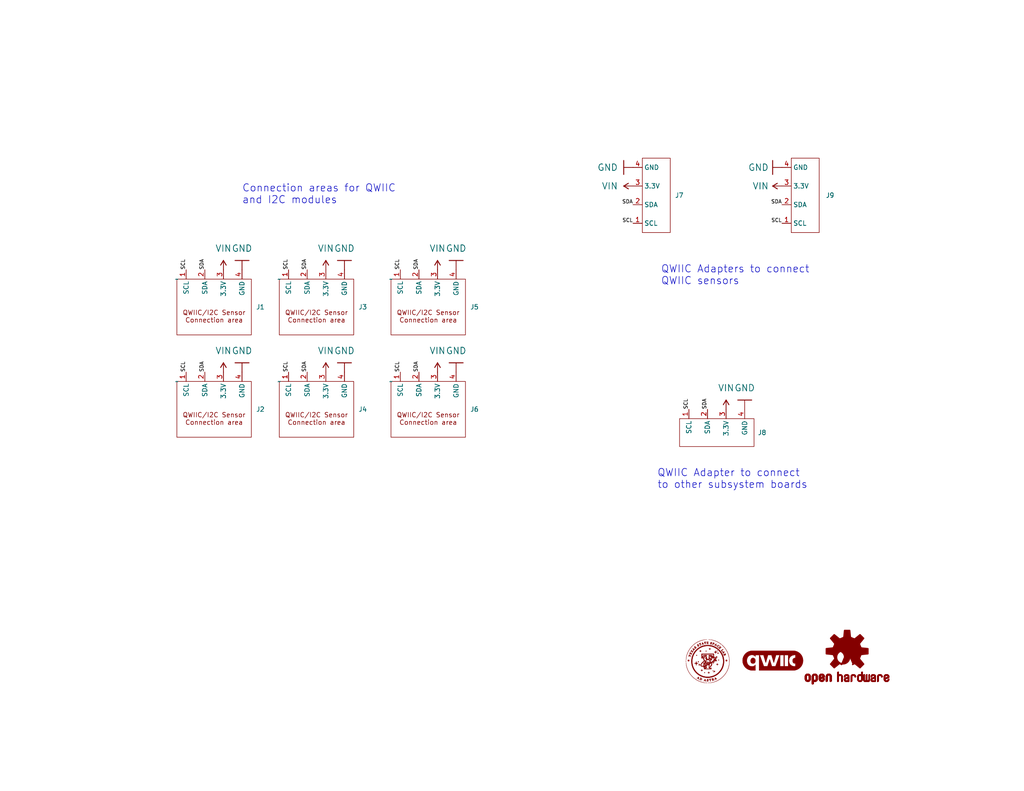
<source format=kicad_sch>
(kicad_sch (version 20230121) (generator eeschema)
  (paper "USLetter")
  (title_block (title "MOSAIC ProtoBoard") (date "2024-07-10") (rev "1.0") (company "Texas State Space Lab"))
  (lib_symbols
    (symbol "protoboard_symbols_V1.0:GND" (power)
      (property "Value" "GND" (at 0 -0.254 0))
      (symbol "GND_1_0"
        (pin power_in line (at 0 2.54 270) (length 2.54) (name "GND") (number "1"))
      )
    )
    (symbol "protoboard_symbols_V1.0:I2C_QWIIC_CONN"
      (property "Reference" "J" (at -2.54 0 0))
      (symbol "I2C_QWIIC_CONN_1_1"
        (text "QWIIC/I2C Sensor\nConnection area" (at 10.16 -10.16 0) (effects (font (size 1.27 1.27))))
        (pin bidirectional line (at 2.54 2.54 270) (length 2.54) (name "SCL") (number "1"))
        (pin bidirectional line (at 7.62 2.54 270) (length 2.54) (name "SDA") (number "2"))
        (pin bidirectional line (at 12.7 2.54 270) (length 2.54) (name "3.3V") (number "3"))
        (pin bidirectional line (at 17.78 2.54 270) (length 2.54) (name "GND") (number "4"))
      )
    )
    (symbol "protoboard_symbols_V1.0:LOGO" (pin_names (offset 1.016)))
    (symbol "protoboard_symbols_V1.0:OSHW-LOGOL")
    (symbol "protoboard_symbols_V1.0:QWIIC_2_Adapter"
      (property "Reference" "J" (at -2.54 0 0))
      (property "Value" "Qwiic Adapter" (at 0 0 0))
      (symbol "QWIIC_2_Adapter_1_1"
        (pin bidirectional line (at 2.54 2.54 270) (length 2.54) (name "SCL") (number "1"))
        (pin bidirectional line (at 7.62 2.54 270) (length 2.54) (name "SDA") (number "2"))
        (pin bidirectional line (at 12.7 2.54 270) (length 2.54) (name "3.3V") (number "3"))
        (pin bidirectional line (at 17.78 2.54 270) (length 2.54) (name "GND") (number "4"))
      )
    )
    (symbol "protoboard_symbols_V1.0:QWIIC_LOGO_8MM")
    (symbol "protoboard_symbols_V1.0:VIN" (power)
      (property "Value" "VIN" (at 0 2.794 0))
      (symbol "VIN_1_0"
        (pin power_in line (at 0 0 90) (length 2.54) (name "VIN") (number "1"))
      )
    )
  )
  (text "Connection areas for QWIIC\nand I2C modules" (at 66.04 55.88 0) (effects (font (size 2 2)) (justify left bottom)))
  (text "QWIIC Adapters to connect\nQWIIC sensors" (at 180.34 77.978 0) (effects (font (size 2 2)) (justify left bottom)))
  (text "QWIIC Adapter to connect\nto other subsystem boards" (at 179.324 133.604 0) (effects (font (size 2 2)) (justify left bottom)))
  (label "SDA" (at 114.3 101.6 90) (effects (font (size 1 1))))
  (label "SCL" (at 213.36 60.96 180) (effects (font (size 1 1))))
  (label "SCL" (at 50.8 101.6 90) (effects (font (size 1 1))))
  (label "SCL" (at 50.8 73.66 90) (effects (font (size 1 1))))
  (label "SCL" (at 109.22 73.66 90) (effects (font (size 1 1))))
  (label "SDA" (at 172.72 55.88 180) (effects (font (size 1 1))))
  (label "SDA" (at 114.3 73.66 90) (effects (font (size 1 1))))
  (label "SCL" (at 78.74 73.66 90) (effects (font (size 1 1))))
  (label "SCL" (at 187.96 111.76 90) (effects (font (size 1 1))))
  (label "SCL" (at 109.22 101.6 90) (effects (font (size 1 1))))
  (label "SCL" (at 78.74 101.6 90) (effects (font (size 1 1))))
  (label "SDA" (at 55.88 73.66 90) (effects (font (size 1 1))))
  (label "SDA" (at 55.88 101.6 90) (effects (font (size 1 1))))
  (label "SCL" (at 172.72 60.96 180) (effects (font (size 1 1))))
  (label "SDA" (at 83.82 101.6 90) (effects (font (size 1 1))))
  (label "SDA" (at 193.04 111.76 90) (effects (font (size 1 1))))
  (label "SDA" (at 213.36 55.88 180) (effects (font (size 1 1))))
  (label "SDA" (at 83.82 73.66 90) (effects (font (size 1 1))))
  (symbol (lib_id "protoboard_symbols_V1.0:I2C_QWIIC_CONN") (at 106.68 76.2 0) (unit 1)
    (property "Reference" "J5" (at 128.27 83.82 0) (effects (justify left)))
    (property "Value" "~" (at 106.68 76.2 0))
    (property "Footprint" "MOSAIC_ProtoBoard:QWIIC_Sensor_CONN" (effects hide))
  )
  (symbol (lib_id "protoboard_symbols_V1.0:QWIIC_LOGO_8MM") (at 210.82 180.34 0) (unit 1)
    (property "Reference" "LOGO1" (effects hide))
    (property "Footprint" "SparkFun_Main_Board_Double_v22:QWIIC_8MM" (effects hide))
  )
  (symbol (lib_id "protoboard_symbols_V1.0:VIN") (at 213.36 50.8 90) (unit 1)
    (property "Reference" "#SUPPLY0107" (effects hide))
    (property "Value" "VIN" (at 209.804 50.8 90) (effects (font (size 1.778 1.778)) (justify left)))
  )
  (symbol (lib_id "protoboard_symbols_V1.0:I2C_QWIIC_CONN") (at 48.26 104.14 0) (unit 1)
    (property "Reference" "J2" (at 69.85 111.76 0) (effects (justify left)))
    (property "Value" "~" (at 48.26 104.14 0))
    (property "Footprint" "MOSAIC_ProtoBoard:QWIIC_Sensor_CONN" (effects hide))
  )
  (symbol (lib_id "protoboard_symbols_V1.0:GND") (at 93.98 99.06 180) (unit 1)
    (property "Reference" "#GND0102" (effects hide))
    (property "Value" "GND" (at 93.98 95.758 0) (effects (font (size 1.778 1.778))))
  )
  (symbol (lib_id "protoboard_symbols_V1.0:GND") (at 124.46 99.06 180) (unit 1)
    (property "Reference" "#GND0104" (effects hide))
    (property "Value" "GND" (at 124.46 95.758 0) (effects (font (size 1.778 1.778))))
  )
  (symbol (lib_id "protoboard_symbols_V1.0:I2C_QWIIC_CONN") (at 76.2 104.14 0) (unit 1)
    (property "Reference" "J4" (at 97.79 111.76 0) (effects (justify left)))
    (property "Value" "~" (at 76.2 104.14 0))
    (property "Footprint" "MOSAIC_ProtoBoard:QWIIC_Sensor_CONN" (effects hide))
  )
  (symbol (lib_id "protoboard_symbols_V1.0:GND") (at 170.18 45.72 270) (unit 1)
    (property "Reference" "#GND0109" (effects hide))
    (property "Value" "GND" (at 168.656 45.72 90) (effects (font (size 1.778 1.778)) (justify right)))
  )
  (symbol (lib_id "protoboard_symbols_V1.0:QWIIC_2_Adapter") (at 185.42 114.3 0) (unit 1)
    (property "Reference" "J8" (at 206.756 118.11 0) (effects (justify left)))
    (property "Value" "Qwiic Adapter" (effects hide))
    (property "Footprint" "MOSAIC_ProtoBoard:QWIIC_2_Adapter" (effects hide))
    (property "Source" "https://www.sparkfun.com/products/14495" (effects hide))
  )
  (symbol (lib_id "protoboard_symbols_V1.0:QWIIC_2_Adapter") (at 175.26 63.5 90) (unit 1)
    (property "Reference" "J7" (at 184.15 53.34 90) (effects (justify right)))
    (property "Value" "Qwiic Adapter" (effects hide))
    (property "Footprint" "MOSAIC_ProtoBoard:QWIIC_2_Adapter" (effects hide))
    (property "Source" "https://www.sparkfun.com/products/14495" (effects hide))
  )
  (symbol (lib_id "protoboard_symbols_V1.0:VIN") (at 88.9 73.66 0) (unit 1)
    (property "Reference" "#SUPPLY0101" (effects hide))
    (property "Value" "VIN" (at 88.9 67.818 0) (effects (font (size 1.778 1.778))))
  )
  (symbol (lib_id "protoboard_symbols_V1.0:VIN") (at 119.38 101.6 0) (unit 1)
    (property "Reference" "#SUPPLY0105" (effects hide))
    (property "Value" "VIN" (at 119.38 95.758 0) (effects (font (size 1.778 1.778))))
  )
  (symbol (lib_id "protoboard_symbols_V1.0:LOGO") (at 193.04 180.34 0) (unit 1)
    (property "Reference" "#G1" (effects hide))
    (property "Value" "TXST_Space_Lab_Logo" (effects hide))
    (property "Footprint" "SparkFun_Main_Board_Single_v21:SL_Logo" (effects hide))
  )
  (symbol (lib_id "protoboard_symbols_V1.0:VIN") (at 172.72 50.8 90) (unit 1)
    (property "Reference" "#SUPPLY0109" (effects hide))
    (property "Value" "VIN" (at 168.656 50.8 90) (effects (font (size 1.778 1.778)) (justify left)))
  )
  (symbol (lib_id "protoboard_symbols_V1.0:GND") (at 66.04 71.12 180) (unit 1)
    (property "Reference" "#GND0106" (effects hide))
    (property "Value" "GND" (at 66.04 67.818 0) (effects (font (size 1.778 1.778))))
  )
  (symbol (lib_id "protoboard_symbols_V1.0:I2C_QWIIC_CONN") (at 76.2 76.2 0) (unit 1)
    (property "Reference" "J3" (at 97.79 83.82 0) (effects (justify left)))
    (property "Value" "~" (at 76.2 76.2 0))
    (property "Footprint" "MOSAIC_ProtoBoard:QWIIC_Sensor_CONN" (effects hide))
  )
  (symbol (lib_id "protoboard_symbols_V1.0:GND") (at 210.82 45.72 270) (unit 1)
    (property "Reference" "#GND0107" (effects hide))
    (property "Value" "GND" (at 209.804 45.72 90) (effects (font (size 1.778 1.778)) (justify right)))
  )
  (symbol (lib_id "protoboard_symbols_V1.0:GND") (at 124.46 71.12 180) (unit 1)
    (property "Reference" "#GND0105" (effects hide))
    (property "Value" "GND" (at 124.46 67.818 0) (effects (font (size 1.778 1.778))))
  )
  (symbol (lib_id "protoboard_symbols_V1.0:I2C_QWIIC_CONN") (at 48.26 76.2 0) (unit 1)
    (property "Reference" "J1" (at 69.85 83.82 0) (effects (justify left)))
    (property "Value" "~" (at 48.26 76.2 0))
    (property "Footprint" "MOSAIC_ProtoBoard:QWIIC_Sensor_CONN" (effects hide))
  )
  (symbol (lib_id "protoboard_symbols_V1.0:QWIIC_2_Adapter") (at 215.9 63.5 90) (unit 1)
    (property "Reference" "J9" (at 225.298 53.34 90) (effects (justify right)))
    (property "Value" "Qwiic Adapter" (effects hide))
    (property "Footprint" "MOSAIC_ProtoBoard:QWIIC_2_Adapter" (effects hide))
    (property "Source" "https://www.sparkfun.com/products/14495" (effects hide))
  )
  (symbol (lib_id "protoboard_symbols_V1.0:GND") (at 93.98 71.12 180) (unit 1)
    (property "Reference" "#GND0101" (effects hide))
    (property "Value" "GND" (at 93.98 67.818 0) (effects (font (size 1.778 1.778))))
  )
  (symbol (lib_id "protoboard_symbols_V1.0:VIN") (at 198.12 111.76 0) (unit 1)
    (property "Reference" "#SUPPLY0108" (effects hide))
    (property "Value" "VIN" (at 198.12 105.918 0) (effects (font (size 1.778 1.778))))
  )
  (symbol (lib_id "protoboard_symbols_V1.0:I2C_QWIIC_CONN") (at 106.68 104.14 0) (unit 1)
    (property "Reference" "J6" (at 128.27 111.76 0) (effects (justify left)))
    (property "Value" "~" (at 106.68 104.14 0))
    (property "Footprint" "MOSAIC_ProtoBoard:QWIIC_Sensor_CONN" (effects hide))
  )
  (symbol (lib_id "protoboard_symbols_V1.0:VIN") (at 119.38 73.66 0) (unit 1)
    (property "Reference" "#SUPPLY0104" (effects hide))
    (property "Value" "VIN" (at 119.38 67.818 0) (effects (font (size 1.778 1.778))))
  )
  (symbol (lib_id "protoboard_symbols_V1.0:OSHW-LOGOL") (at 231.14 177.8 0) (unit 1)
    (property "Reference" "LOGO2" (effects hide))
    (property "Footprint" "SparkFun_Main_Board_Double_v22:OSHW-LOGO-L" (effects hide))
  )
  (symbol (lib_id "protoboard_symbols_V1.0:VIN") (at 88.9 101.6 0) (unit 1)
    (property "Reference" "#SUPPLY0102" (effects hide))
    (property "Value" "VIN" (at 88.9 95.758 0) (effects (font (size 1.778 1.778))))
  )
  (symbol (lib_id "protoboard_symbols_V1.0:VIN") (at 60.96 73.66 0) (unit 1)
    (property "Reference" "#SUPPLY0106" (effects hide))
    (property "Value" "VIN" (at 60.96 67.818 0) (effects (font (size 1.778 1.778))))
  )
  (symbol (lib_id "protoboard_symbols_V1.0:GND") (at 66.04 99.06 180) (unit 1)
    (property "Reference" "#GND0103" (effects hide))
    (property "Value" "GND" (at 66.04 95.758 0) (effects (font (size 1.778 1.778))))
  )
  (symbol (lib_id "protoboard_symbols_V1.0:GND") (at 203.2 109.22 180) (unit 1)
    (property "Reference" "#GND0108" (effects hide))
    (property "Value" "GND" (at 203.2 105.918 0) (effects (font (size 1.778 1.778))))
  )
  (symbol (lib_id "protoboard_symbols_V1.0:VIN") (at 60.96 101.6 0) (unit 1)
    (property "Reference" "#SUPPLY0103" (effects hide))
    (property "Value" "VIN" (at 60.96 95.758 0) (effects (font (size 1.778 1.778))))
  )
)
</source>
